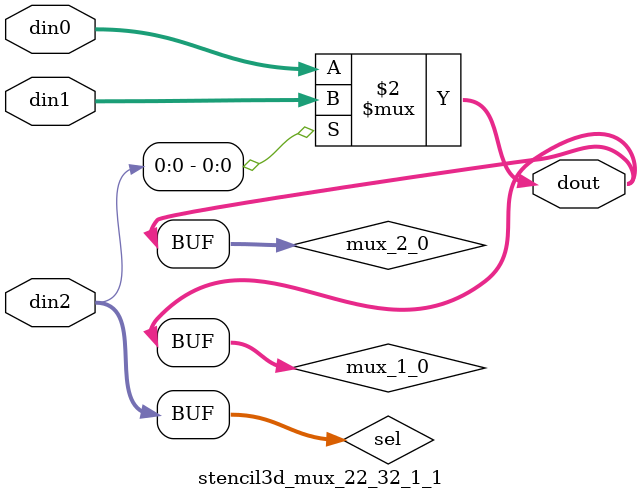
<source format=v>

`timescale 1ns/1ps

module stencil3d_mux_22_32_1_1 #(
parameter
    ID                = 0,
    NUM_STAGE         = 1,
    din0_WIDTH       = 32,
    din1_WIDTH       = 32,
    din2_WIDTH         = 32,
    dout_WIDTH            = 32
)(
    input  [31 : 0]     din0,
    input  [31 : 0]     din1,
    input  [1 : 0]    din2,
    output [31 : 0]   dout);

// puts internal signals
wire [1 : 0]     sel;
// level 1 signals
wire [31 : 0]         mux_1_0;
// level 2 signals
wire [31 : 0]         mux_2_0;

assign sel = din2;

// Generate level 1 logic
assign mux_1_0 = (sel[0] == 0)? din0 : din1;

// Generate level 2 logic
assign mux_2_0 = mux_1_0;

// output logic
assign dout = mux_2_0;

endmodule

</source>
